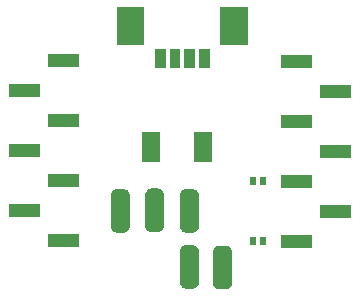
<source format=gbr>
G04 #@! TF.GenerationSoftware,KiCad,Pcbnew,(5.1.2)-2*
G04 #@! TF.CreationDate,2021-11-10T11:28:23-03:00*
G04 #@! TF.ProjectId,MAG_Plus,4d41475f-506c-4757-932e-6b696361645f,rev?*
G04 #@! TF.SameCoordinates,Original*
G04 #@! TF.FileFunction,Soldermask,Top*
G04 #@! TF.FilePolarity,Negative*
%FSLAX46Y46*%
G04 Gerber Fmt 4.6, Leading zero omitted, Abs format (unit mm)*
G04 Created by KiCad (PCBNEW (5.1.2)-2) date 2021-11-10 11:28:23*
%MOMM*%
%LPD*%
G04 APERTURE LIST*
%ADD10C,0.100000*%
G04 APERTURE END LIST*
D10*
G36*
X166762199Y-187899954D02*
G01*
X166774450Y-187900556D01*
X166792869Y-187900556D01*
X166815149Y-187902750D01*
X166899233Y-187919476D01*
X166920660Y-187925976D01*
X166999858Y-187958780D01*
X167005303Y-187961691D01*
X167005309Y-187961693D01*
X167014169Y-187966429D01*
X167014173Y-187966432D01*
X167019614Y-187969340D01*
X167090899Y-188016971D01*
X167108204Y-188031172D01*
X167168828Y-188091796D01*
X167183029Y-188109101D01*
X167230660Y-188180386D01*
X167233568Y-188185827D01*
X167233571Y-188185831D01*
X167238307Y-188194691D01*
X167238309Y-188194697D01*
X167241220Y-188200142D01*
X167274024Y-188279340D01*
X167280524Y-188300767D01*
X167297250Y-188384851D01*
X167299444Y-188407131D01*
X167299444Y-188425550D01*
X167300046Y-188437801D01*
X167301852Y-188456139D01*
X167301852Y-188993860D01*
X167300263Y-189009999D01*
X167295855Y-189024528D01*
X167290394Y-189037711D01*
X167285612Y-189061745D01*
X167285611Y-189086249D01*
X167290391Y-189110282D01*
X167299768Y-189132921D01*
X167301000Y-189134765D01*
X167301000Y-190366050D01*
X167294525Y-190378164D01*
X167287412Y-190401613D01*
X167285010Y-190425999D01*
X167287412Y-190450385D01*
X167294525Y-190473834D01*
X167296848Y-190478746D01*
X167300263Y-190490001D01*
X167301852Y-190506140D01*
X167301852Y-191043862D01*
X167300046Y-191062199D01*
X167299444Y-191074450D01*
X167299444Y-191092869D01*
X167297250Y-191115149D01*
X167280524Y-191199233D01*
X167274024Y-191220660D01*
X167241220Y-191299858D01*
X167238309Y-191305303D01*
X167238307Y-191305309D01*
X167233571Y-191314169D01*
X167233568Y-191314173D01*
X167230660Y-191319614D01*
X167183029Y-191390899D01*
X167168828Y-191408204D01*
X167108204Y-191468828D01*
X167090899Y-191483029D01*
X167019614Y-191530660D01*
X167014173Y-191533568D01*
X167014169Y-191533571D01*
X167005309Y-191538307D01*
X167005303Y-191538309D01*
X166999858Y-191541220D01*
X166920660Y-191574024D01*
X166899233Y-191580524D01*
X166815149Y-191597250D01*
X166792869Y-191599444D01*
X166774450Y-191599444D01*
X166762199Y-191600046D01*
X166743862Y-191601852D01*
X166256138Y-191601852D01*
X166237801Y-191600046D01*
X166225550Y-191599444D01*
X166207131Y-191599444D01*
X166184851Y-191597250D01*
X166100767Y-191580524D01*
X166079340Y-191574024D01*
X166000142Y-191541220D01*
X165994697Y-191538309D01*
X165994691Y-191538307D01*
X165985831Y-191533571D01*
X165985827Y-191533568D01*
X165980386Y-191530660D01*
X165909101Y-191483029D01*
X165891796Y-191468828D01*
X165831172Y-191408204D01*
X165816971Y-191390899D01*
X165769340Y-191319614D01*
X165766432Y-191314173D01*
X165766429Y-191314169D01*
X165761693Y-191305309D01*
X165761691Y-191305303D01*
X165758780Y-191299858D01*
X165725976Y-191220660D01*
X165719476Y-191199233D01*
X165702750Y-191115149D01*
X165700556Y-191092869D01*
X165700556Y-191074450D01*
X165699954Y-191062199D01*
X165698148Y-191043862D01*
X165698148Y-190506140D01*
X165699737Y-190490001D01*
X165704145Y-190475472D01*
X165709606Y-190462289D01*
X165714388Y-190438255D01*
X165714389Y-190413751D01*
X165709609Y-190389718D01*
X165700232Y-190367079D01*
X165699000Y-190365235D01*
X165699000Y-189133950D01*
X165705475Y-189121836D01*
X165712588Y-189098387D01*
X165714990Y-189074001D01*
X165712588Y-189049615D01*
X165705475Y-189026166D01*
X165703152Y-189021254D01*
X165699737Y-189009999D01*
X165698148Y-188993860D01*
X165698148Y-188456139D01*
X165699954Y-188437801D01*
X165700556Y-188425550D01*
X165700556Y-188407131D01*
X165702750Y-188384851D01*
X165719476Y-188300767D01*
X165725976Y-188279340D01*
X165758780Y-188200142D01*
X165761691Y-188194697D01*
X165761693Y-188194691D01*
X165766429Y-188185831D01*
X165766432Y-188185827D01*
X165769340Y-188180386D01*
X165816971Y-188109101D01*
X165831172Y-188091796D01*
X165891796Y-188031172D01*
X165909101Y-188016971D01*
X165980386Y-187969340D01*
X165985827Y-187966432D01*
X165985831Y-187966429D01*
X165994691Y-187961693D01*
X165994697Y-187961691D01*
X166000142Y-187958780D01*
X166079340Y-187925976D01*
X166100767Y-187919476D01*
X166184851Y-187902750D01*
X166207131Y-187900556D01*
X166225550Y-187900556D01*
X166237801Y-187899954D01*
X166256139Y-187898148D01*
X166743861Y-187898148D01*
X166762199Y-187899954D01*
X166762199Y-187899954D01*
G37*
G36*
X163962199Y-187849954D02*
G01*
X163974450Y-187850556D01*
X163992869Y-187850556D01*
X164015149Y-187852750D01*
X164099233Y-187869476D01*
X164120660Y-187875976D01*
X164199858Y-187908780D01*
X164205303Y-187911691D01*
X164205309Y-187911693D01*
X164214169Y-187916429D01*
X164214173Y-187916432D01*
X164219614Y-187919340D01*
X164290899Y-187966971D01*
X164308204Y-187981172D01*
X164368828Y-188041796D01*
X164383029Y-188059101D01*
X164430660Y-188130386D01*
X164433568Y-188135827D01*
X164433571Y-188135831D01*
X164438307Y-188144691D01*
X164438309Y-188144697D01*
X164441220Y-188150142D01*
X164474024Y-188229340D01*
X164480524Y-188250767D01*
X164497250Y-188334851D01*
X164499444Y-188357131D01*
X164499444Y-188375550D01*
X164500046Y-188387801D01*
X164501852Y-188406139D01*
X164501852Y-188943860D01*
X164500263Y-188959999D01*
X164495855Y-188974528D01*
X164490394Y-188987711D01*
X164485612Y-189011745D01*
X164485611Y-189036249D01*
X164490391Y-189060282D01*
X164499768Y-189082921D01*
X164501000Y-189084765D01*
X164501000Y-190316050D01*
X164494525Y-190328164D01*
X164487412Y-190351613D01*
X164485010Y-190375999D01*
X164487412Y-190400385D01*
X164494525Y-190423834D01*
X164496848Y-190428746D01*
X164500263Y-190440001D01*
X164501852Y-190456140D01*
X164501852Y-190993862D01*
X164500046Y-191012199D01*
X164499444Y-191024450D01*
X164499444Y-191042869D01*
X164497250Y-191065149D01*
X164480524Y-191149233D01*
X164474024Y-191170660D01*
X164441220Y-191249858D01*
X164438309Y-191255303D01*
X164438307Y-191255309D01*
X164433571Y-191264169D01*
X164433568Y-191264173D01*
X164430660Y-191269614D01*
X164383029Y-191340899D01*
X164368828Y-191358204D01*
X164308204Y-191418828D01*
X164290899Y-191433029D01*
X164219614Y-191480660D01*
X164214173Y-191483568D01*
X164214169Y-191483571D01*
X164205309Y-191488307D01*
X164205303Y-191488309D01*
X164199858Y-191491220D01*
X164120660Y-191524024D01*
X164099233Y-191530524D01*
X164015149Y-191547250D01*
X163992869Y-191549444D01*
X163974450Y-191549444D01*
X163962199Y-191550046D01*
X163943862Y-191551852D01*
X163456138Y-191551852D01*
X163437801Y-191550046D01*
X163425550Y-191549444D01*
X163407131Y-191549444D01*
X163384851Y-191547250D01*
X163300767Y-191530524D01*
X163279340Y-191524024D01*
X163200142Y-191491220D01*
X163194697Y-191488309D01*
X163194691Y-191488307D01*
X163185831Y-191483571D01*
X163185827Y-191483568D01*
X163180386Y-191480660D01*
X163109101Y-191433029D01*
X163091796Y-191418828D01*
X163031172Y-191358204D01*
X163016971Y-191340899D01*
X162969340Y-191269614D01*
X162966432Y-191264173D01*
X162966429Y-191264169D01*
X162961693Y-191255309D01*
X162961691Y-191255303D01*
X162958780Y-191249858D01*
X162925976Y-191170660D01*
X162919476Y-191149233D01*
X162902750Y-191065149D01*
X162900556Y-191042869D01*
X162900556Y-191024450D01*
X162899954Y-191012199D01*
X162898148Y-190993862D01*
X162898148Y-190456140D01*
X162899737Y-190440001D01*
X162904145Y-190425472D01*
X162909606Y-190412289D01*
X162914388Y-190388255D01*
X162914389Y-190363751D01*
X162909609Y-190339718D01*
X162900232Y-190317079D01*
X162899000Y-190315235D01*
X162899000Y-189083950D01*
X162905475Y-189071836D01*
X162912588Y-189048387D01*
X162914990Y-189024001D01*
X162912588Y-188999615D01*
X162905475Y-188976166D01*
X162903152Y-188971254D01*
X162899737Y-188959999D01*
X162898148Y-188943860D01*
X162898148Y-188406139D01*
X162899954Y-188387801D01*
X162900556Y-188375550D01*
X162900556Y-188357131D01*
X162902750Y-188334851D01*
X162919476Y-188250767D01*
X162925976Y-188229340D01*
X162958780Y-188150142D01*
X162961691Y-188144697D01*
X162961693Y-188144691D01*
X162966429Y-188135831D01*
X162966432Y-188135827D01*
X162969340Y-188130386D01*
X163016971Y-188059101D01*
X163031172Y-188041796D01*
X163091796Y-187981172D01*
X163109101Y-187966971D01*
X163180386Y-187919340D01*
X163185827Y-187916432D01*
X163185831Y-187916429D01*
X163194691Y-187911693D01*
X163194697Y-187911691D01*
X163200142Y-187908780D01*
X163279340Y-187875976D01*
X163300767Y-187869476D01*
X163384851Y-187852750D01*
X163407131Y-187850556D01*
X163425550Y-187850556D01*
X163437801Y-187849954D01*
X163456139Y-187848148D01*
X163943861Y-187848148D01*
X163962199Y-187849954D01*
X163962199Y-187849954D01*
G37*
G36*
X174051000Y-188071000D02*
G01*
X171439000Y-188071000D01*
X171439000Y-186969000D01*
X174051000Y-186969000D01*
X174051000Y-188071000D01*
X174051000Y-188071000D01*
G37*
G36*
X154361000Y-188051000D02*
G01*
X151749000Y-188051000D01*
X151749000Y-186949000D01*
X154361000Y-186949000D01*
X154361000Y-188051000D01*
X154361000Y-188051000D01*
G37*
G36*
X170201000Y-187881000D02*
G01*
X169699000Y-187881000D01*
X169699000Y-187179000D01*
X170201000Y-187179000D01*
X170201000Y-187881000D01*
X170201000Y-187881000D01*
G37*
G36*
X169301000Y-187881000D02*
G01*
X168799000Y-187881000D01*
X168799000Y-187179000D01*
X169301000Y-187179000D01*
X169301000Y-187881000D01*
X169301000Y-187881000D01*
G37*
G36*
X158112199Y-183099954D02*
G01*
X158124450Y-183100556D01*
X158142869Y-183100556D01*
X158165149Y-183102750D01*
X158249233Y-183119476D01*
X158270660Y-183125976D01*
X158349858Y-183158780D01*
X158355303Y-183161691D01*
X158355309Y-183161693D01*
X158364169Y-183166429D01*
X158364173Y-183166432D01*
X158369614Y-183169340D01*
X158440899Y-183216971D01*
X158458204Y-183231172D01*
X158518828Y-183291796D01*
X158533029Y-183309101D01*
X158580660Y-183380386D01*
X158583568Y-183385827D01*
X158583571Y-183385831D01*
X158588307Y-183394691D01*
X158588309Y-183394697D01*
X158591220Y-183400142D01*
X158624024Y-183479340D01*
X158630524Y-183500767D01*
X158647250Y-183584851D01*
X158649444Y-183607131D01*
X158649444Y-183625550D01*
X158650046Y-183637801D01*
X158651852Y-183656139D01*
X158651852Y-184193860D01*
X158650263Y-184209999D01*
X158645855Y-184224528D01*
X158640394Y-184237711D01*
X158635612Y-184261745D01*
X158635611Y-184286249D01*
X158640391Y-184310282D01*
X158649768Y-184332921D01*
X158651000Y-184334765D01*
X158651000Y-185566050D01*
X158644525Y-185578164D01*
X158637412Y-185601613D01*
X158635010Y-185625999D01*
X158637412Y-185650385D01*
X158644525Y-185673834D01*
X158646848Y-185678746D01*
X158650263Y-185690001D01*
X158651852Y-185706140D01*
X158651852Y-186243862D01*
X158650046Y-186262199D01*
X158649444Y-186274450D01*
X158649444Y-186292869D01*
X158647250Y-186315149D01*
X158630524Y-186399233D01*
X158624024Y-186420660D01*
X158591220Y-186499858D01*
X158588309Y-186505303D01*
X158588307Y-186505309D01*
X158583571Y-186514169D01*
X158583568Y-186514173D01*
X158580660Y-186519614D01*
X158533029Y-186590899D01*
X158518828Y-186608204D01*
X158458204Y-186668828D01*
X158440899Y-186683029D01*
X158369614Y-186730660D01*
X158364173Y-186733568D01*
X158364169Y-186733571D01*
X158355309Y-186738307D01*
X158355303Y-186738309D01*
X158349858Y-186741220D01*
X158270660Y-186774024D01*
X158249233Y-186780524D01*
X158165149Y-186797250D01*
X158142869Y-186799444D01*
X158124450Y-186799444D01*
X158112199Y-186800046D01*
X158093862Y-186801852D01*
X157606138Y-186801852D01*
X157587801Y-186800046D01*
X157575550Y-186799444D01*
X157557131Y-186799444D01*
X157534851Y-186797250D01*
X157450767Y-186780524D01*
X157429340Y-186774024D01*
X157350142Y-186741220D01*
X157344697Y-186738309D01*
X157344691Y-186738307D01*
X157335831Y-186733571D01*
X157335827Y-186733568D01*
X157330386Y-186730660D01*
X157259101Y-186683029D01*
X157241796Y-186668828D01*
X157181172Y-186608204D01*
X157166971Y-186590899D01*
X157119340Y-186519614D01*
X157116432Y-186514173D01*
X157116429Y-186514169D01*
X157111693Y-186505309D01*
X157111691Y-186505303D01*
X157108780Y-186499858D01*
X157075976Y-186420660D01*
X157069476Y-186399233D01*
X157052750Y-186315149D01*
X157050556Y-186292869D01*
X157050556Y-186274450D01*
X157049954Y-186262199D01*
X157048148Y-186243862D01*
X157048148Y-185706140D01*
X157049737Y-185690001D01*
X157054145Y-185675472D01*
X157059606Y-185662289D01*
X157064388Y-185638255D01*
X157064389Y-185613751D01*
X157059609Y-185589718D01*
X157050232Y-185567079D01*
X157049000Y-185565235D01*
X157049000Y-184333950D01*
X157055475Y-184321836D01*
X157062588Y-184298387D01*
X157064990Y-184274001D01*
X157062588Y-184249615D01*
X157055475Y-184226166D01*
X157053152Y-184221254D01*
X157049737Y-184209999D01*
X157048148Y-184193860D01*
X157048148Y-183656139D01*
X157049954Y-183637801D01*
X157050556Y-183625550D01*
X157050556Y-183607131D01*
X157052750Y-183584851D01*
X157069476Y-183500767D01*
X157075976Y-183479340D01*
X157108780Y-183400142D01*
X157111691Y-183394697D01*
X157111693Y-183394691D01*
X157116429Y-183385831D01*
X157116432Y-183385827D01*
X157119340Y-183380386D01*
X157166971Y-183309101D01*
X157181172Y-183291796D01*
X157241796Y-183231172D01*
X157259101Y-183216971D01*
X157330386Y-183169340D01*
X157335827Y-183166432D01*
X157335831Y-183166429D01*
X157344691Y-183161693D01*
X157344697Y-183161691D01*
X157350142Y-183158780D01*
X157429340Y-183125976D01*
X157450767Y-183119476D01*
X157534851Y-183102750D01*
X157557131Y-183100556D01*
X157575550Y-183100556D01*
X157587801Y-183099954D01*
X157606139Y-183098148D01*
X158093861Y-183098148D01*
X158112199Y-183099954D01*
X158112199Y-183099954D01*
G37*
G36*
X163962199Y-183099954D02*
G01*
X163974450Y-183100556D01*
X163992869Y-183100556D01*
X164015149Y-183102750D01*
X164099233Y-183119476D01*
X164120660Y-183125976D01*
X164199858Y-183158780D01*
X164205303Y-183161691D01*
X164205309Y-183161693D01*
X164214169Y-183166429D01*
X164214173Y-183166432D01*
X164219614Y-183169340D01*
X164290899Y-183216971D01*
X164308204Y-183231172D01*
X164368828Y-183291796D01*
X164383029Y-183309101D01*
X164430660Y-183380386D01*
X164433568Y-183385827D01*
X164433571Y-183385831D01*
X164438307Y-183394691D01*
X164438309Y-183394697D01*
X164441220Y-183400142D01*
X164474024Y-183479340D01*
X164480524Y-183500767D01*
X164497250Y-183584851D01*
X164499444Y-183607131D01*
X164499444Y-183625550D01*
X164500046Y-183637801D01*
X164501852Y-183656139D01*
X164501852Y-184193860D01*
X164500263Y-184209999D01*
X164495855Y-184224528D01*
X164490394Y-184237711D01*
X164485612Y-184261745D01*
X164485611Y-184286249D01*
X164490391Y-184310282D01*
X164499768Y-184332921D01*
X164501000Y-184334765D01*
X164501000Y-185566050D01*
X164494525Y-185578164D01*
X164487412Y-185601613D01*
X164485010Y-185625999D01*
X164487412Y-185650385D01*
X164494525Y-185673834D01*
X164496848Y-185678746D01*
X164500263Y-185690001D01*
X164501852Y-185706140D01*
X164501852Y-186243862D01*
X164500046Y-186262199D01*
X164499444Y-186274450D01*
X164499444Y-186292869D01*
X164497250Y-186315149D01*
X164480524Y-186399233D01*
X164474024Y-186420660D01*
X164441220Y-186499858D01*
X164438309Y-186505303D01*
X164438307Y-186505309D01*
X164433571Y-186514169D01*
X164433568Y-186514173D01*
X164430660Y-186519614D01*
X164383029Y-186590899D01*
X164368828Y-186608204D01*
X164308204Y-186668828D01*
X164290899Y-186683029D01*
X164219614Y-186730660D01*
X164214173Y-186733568D01*
X164214169Y-186733571D01*
X164205309Y-186738307D01*
X164205303Y-186738309D01*
X164199858Y-186741220D01*
X164120660Y-186774024D01*
X164099233Y-186780524D01*
X164015149Y-186797250D01*
X163992869Y-186799444D01*
X163974450Y-186799444D01*
X163962199Y-186800046D01*
X163943862Y-186801852D01*
X163456138Y-186801852D01*
X163437801Y-186800046D01*
X163425550Y-186799444D01*
X163407131Y-186799444D01*
X163384851Y-186797250D01*
X163300767Y-186780524D01*
X163279340Y-186774024D01*
X163200142Y-186741220D01*
X163194697Y-186738309D01*
X163194691Y-186738307D01*
X163185831Y-186733571D01*
X163185827Y-186733568D01*
X163180386Y-186730660D01*
X163109101Y-186683029D01*
X163091796Y-186668828D01*
X163031172Y-186608204D01*
X163016971Y-186590899D01*
X162969340Y-186519614D01*
X162966432Y-186514173D01*
X162966429Y-186514169D01*
X162961693Y-186505309D01*
X162961691Y-186505303D01*
X162958780Y-186499858D01*
X162925976Y-186420660D01*
X162919476Y-186399233D01*
X162902750Y-186315149D01*
X162900556Y-186292869D01*
X162900556Y-186274450D01*
X162899954Y-186262199D01*
X162898148Y-186243862D01*
X162898148Y-185706140D01*
X162899737Y-185690001D01*
X162904145Y-185675472D01*
X162909606Y-185662289D01*
X162914388Y-185638255D01*
X162914389Y-185613751D01*
X162909609Y-185589718D01*
X162900232Y-185567079D01*
X162899000Y-185565235D01*
X162899000Y-184333950D01*
X162905475Y-184321836D01*
X162912588Y-184298387D01*
X162914990Y-184274001D01*
X162912588Y-184249615D01*
X162905475Y-184226166D01*
X162903152Y-184221254D01*
X162899737Y-184209999D01*
X162898148Y-184193860D01*
X162898148Y-183656139D01*
X162899954Y-183637801D01*
X162900556Y-183625550D01*
X162900556Y-183607131D01*
X162902750Y-183584851D01*
X162919476Y-183500767D01*
X162925976Y-183479340D01*
X162958780Y-183400142D01*
X162961691Y-183394697D01*
X162961693Y-183394691D01*
X162966429Y-183385831D01*
X162966432Y-183385827D01*
X162969340Y-183380386D01*
X163016971Y-183309101D01*
X163031172Y-183291796D01*
X163091796Y-183231172D01*
X163109101Y-183216971D01*
X163180386Y-183169340D01*
X163185827Y-183166432D01*
X163185831Y-183166429D01*
X163194691Y-183161693D01*
X163194697Y-183161691D01*
X163200142Y-183158780D01*
X163279340Y-183125976D01*
X163300767Y-183119476D01*
X163384851Y-183102750D01*
X163407131Y-183100556D01*
X163425550Y-183100556D01*
X163437801Y-183099954D01*
X163456139Y-183098148D01*
X163943861Y-183098148D01*
X163962199Y-183099954D01*
X163962199Y-183099954D01*
G37*
G36*
X161012199Y-183049954D02*
G01*
X161024450Y-183050556D01*
X161042869Y-183050556D01*
X161065149Y-183052750D01*
X161149233Y-183069476D01*
X161170660Y-183075976D01*
X161249858Y-183108780D01*
X161255303Y-183111691D01*
X161255309Y-183111693D01*
X161264169Y-183116429D01*
X161264173Y-183116432D01*
X161269614Y-183119340D01*
X161340899Y-183166971D01*
X161358204Y-183181172D01*
X161418828Y-183241796D01*
X161433029Y-183259101D01*
X161480660Y-183330386D01*
X161483568Y-183335827D01*
X161483571Y-183335831D01*
X161488307Y-183344691D01*
X161488309Y-183344697D01*
X161491220Y-183350142D01*
X161524024Y-183429340D01*
X161530524Y-183450767D01*
X161547250Y-183534851D01*
X161549444Y-183557131D01*
X161549444Y-183575550D01*
X161550046Y-183587801D01*
X161551852Y-183606139D01*
X161551852Y-184143860D01*
X161550263Y-184159999D01*
X161545855Y-184174528D01*
X161540394Y-184187711D01*
X161535612Y-184211745D01*
X161535611Y-184236249D01*
X161540391Y-184260282D01*
X161549768Y-184282921D01*
X161551000Y-184284765D01*
X161551000Y-185516050D01*
X161544525Y-185528164D01*
X161537412Y-185551613D01*
X161535010Y-185575999D01*
X161537412Y-185600385D01*
X161544525Y-185623834D01*
X161546848Y-185628746D01*
X161550263Y-185640001D01*
X161551852Y-185656140D01*
X161551852Y-186193862D01*
X161550046Y-186212199D01*
X161549444Y-186224450D01*
X161549444Y-186242869D01*
X161547250Y-186265149D01*
X161530524Y-186349233D01*
X161524024Y-186370660D01*
X161491220Y-186449858D01*
X161488309Y-186455303D01*
X161488307Y-186455309D01*
X161483571Y-186464169D01*
X161483568Y-186464173D01*
X161480660Y-186469614D01*
X161433029Y-186540899D01*
X161418828Y-186558204D01*
X161358204Y-186618828D01*
X161340899Y-186633029D01*
X161269614Y-186680660D01*
X161264173Y-186683568D01*
X161264169Y-186683571D01*
X161255309Y-186688307D01*
X161255303Y-186688309D01*
X161249858Y-186691220D01*
X161170660Y-186724024D01*
X161149233Y-186730524D01*
X161065149Y-186747250D01*
X161042869Y-186749444D01*
X161024450Y-186749444D01*
X161012199Y-186750046D01*
X160993862Y-186751852D01*
X160506138Y-186751852D01*
X160487801Y-186750046D01*
X160475550Y-186749444D01*
X160457131Y-186749444D01*
X160434851Y-186747250D01*
X160350767Y-186730524D01*
X160329340Y-186724024D01*
X160250142Y-186691220D01*
X160244697Y-186688309D01*
X160244691Y-186688307D01*
X160235831Y-186683571D01*
X160235827Y-186683568D01*
X160230386Y-186680660D01*
X160159101Y-186633029D01*
X160141796Y-186618828D01*
X160081172Y-186558204D01*
X160066971Y-186540899D01*
X160019340Y-186469614D01*
X160016432Y-186464173D01*
X160016429Y-186464169D01*
X160011693Y-186455309D01*
X160011691Y-186455303D01*
X160008780Y-186449858D01*
X159975976Y-186370660D01*
X159969476Y-186349233D01*
X159952750Y-186265149D01*
X159950556Y-186242869D01*
X159950556Y-186224450D01*
X159949954Y-186212199D01*
X159948148Y-186193862D01*
X159948148Y-185656140D01*
X159949737Y-185640001D01*
X159954145Y-185625472D01*
X159959606Y-185612289D01*
X159964388Y-185588255D01*
X159964389Y-185563751D01*
X159959609Y-185539718D01*
X159950232Y-185517079D01*
X159949000Y-185515235D01*
X159949000Y-184283950D01*
X159955475Y-184271836D01*
X159962588Y-184248387D01*
X159964990Y-184224001D01*
X159962588Y-184199615D01*
X159955475Y-184176166D01*
X159953152Y-184171254D01*
X159949737Y-184159999D01*
X159948148Y-184143860D01*
X159948148Y-183606139D01*
X159949954Y-183587801D01*
X159950556Y-183575550D01*
X159950556Y-183557131D01*
X159952750Y-183534851D01*
X159969476Y-183450767D01*
X159975976Y-183429340D01*
X160008780Y-183350142D01*
X160011691Y-183344697D01*
X160011693Y-183344691D01*
X160016429Y-183335831D01*
X160016432Y-183335827D01*
X160019340Y-183330386D01*
X160066971Y-183259101D01*
X160081172Y-183241796D01*
X160141796Y-183181172D01*
X160159101Y-183166971D01*
X160230386Y-183119340D01*
X160235827Y-183116432D01*
X160235831Y-183116429D01*
X160244691Y-183111693D01*
X160244697Y-183111691D01*
X160250142Y-183108780D01*
X160329340Y-183075976D01*
X160350767Y-183069476D01*
X160434851Y-183052750D01*
X160457131Y-183050556D01*
X160475550Y-183050556D01*
X160487801Y-183049954D01*
X160506139Y-183048148D01*
X160993861Y-183048148D01*
X161012199Y-183049954D01*
X161012199Y-183049954D01*
G37*
G36*
X177361000Y-185531000D02*
G01*
X174749000Y-185531000D01*
X174749000Y-184429000D01*
X177361000Y-184429000D01*
X177361000Y-185531000D01*
X177361000Y-185531000D01*
G37*
G36*
X151051000Y-185511000D02*
G01*
X148439000Y-185511000D01*
X148439000Y-184409000D01*
X151051000Y-184409000D01*
X151051000Y-185511000D01*
X151051000Y-185511000D01*
G37*
G36*
X174051000Y-182991000D02*
G01*
X171439000Y-182991000D01*
X171439000Y-181889000D01*
X174051000Y-181889000D01*
X174051000Y-182991000D01*
X174051000Y-182991000D01*
G37*
G36*
X154361000Y-182971000D02*
G01*
X151749000Y-182971000D01*
X151749000Y-181869000D01*
X154361000Y-181869000D01*
X154361000Y-182971000D01*
X154361000Y-182971000D01*
G37*
G36*
X170201000Y-182791000D02*
G01*
X169699000Y-182791000D01*
X169699000Y-182089000D01*
X170201000Y-182089000D01*
X170201000Y-182791000D01*
X170201000Y-182791000D01*
G37*
G36*
X169301000Y-182791000D02*
G01*
X168799000Y-182791000D01*
X168799000Y-182089000D01*
X169301000Y-182089000D01*
X169301000Y-182791000D01*
X169301000Y-182791000D01*
G37*
G36*
X165636000Y-180806000D02*
G01*
X164084000Y-180806000D01*
X164084000Y-178304000D01*
X165636000Y-178304000D01*
X165636000Y-180806000D01*
X165636000Y-180806000D01*
G37*
G36*
X161236000Y-180806000D02*
G01*
X159684000Y-180806000D01*
X159684000Y-178304000D01*
X161236000Y-178304000D01*
X161236000Y-180806000D01*
X161236000Y-180806000D01*
G37*
G36*
X177361000Y-180451000D02*
G01*
X174749000Y-180451000D01*
X174749000Y-179349000D01*
X177361000Y-179349000D01*
X177361000Y-180451000D01*
X177361000Y-180451000D01*
G37*
G36*
X151051000Y-180431000D02*
G01*
X148439000Y-180431000D01*
X148439000Y-179329000D01*
X151051000Y-179329000D01*
X151051000Y-180431000D01*
X151051000Y-180431000D01*
G37*
G36*
X174051000Y-177911000D02*
G01*
X171439000Y-177911000D01*
X171439000Y-176809000D01*
X174051000Y-176809000D01*
X174051000Y-177911000D01*
X174051000Y-177911000D01*
G37*
G36*
X154361000Y-177891000D02*
G01*
X151749000Y-177891000D01*
X151749000Y-176789000D01*
X154361000Y-176789000D01*
X154361000Y-177891000D01*
X154361000Y-177891000D01*
G37*
G36*
X177361000Y-175371000D02*
G01*
X174749000Y-175371000D01*
X174749000Y-174269000D01*
X177361000Y-174269000D01*
X177361000Y-175371000D01*
X177361000Y-175371000D01*
G37*
G36*
X151051000Y-175351000D02*
G01*
X148439000Y-175351000D01*
X148439000Y-174249000D01*
X151051000Y-174249000D01*
X151051000Y-175351000D01*
X151051000Y-175351000D01*
G37*
G36*
X161676000Y-172876000D02*
G01*
X160774000Y-172876000D01*
X160774000Y-171274000D01*
X161676000Y-171274000D01*
X161676000Y-172876000D01*
X161676000Y-172876000D01*
G37*
G36*
X165426000Y-172876000D02*
G01*
X164524000Y-172876000D01*
X164524000Y-171274000D01*
X165426000Y-171274000D01*
X165426000Y-172876000D01*
X165426000Y-172876000D01*
G37*
G36*
X164176000Y-172876000D02*
G01*
X163274000Y-172876000D01*
X163274000Y-171274000D01*
X164176000Y-171274000D01*
X164176000Y-172876000D01*
X164176000Y-172876000D01*
G37*
G36*
X162926000Y-172876000D02*
G01*
X162024000Y-172876000D01*
X162024000Y-171274000D01*
X162926000Y-171274000D01*
X162926000Y-172876000D01*
X162926000Y-172876000D01*
G37*
G36*
X174051000Y-172831000D02*
G01*
X171439000Y-172831000D01*
X171439000Y-171729000D01*
X174051000Y-171729000D01*
X174051000Y-172831000D01*
X174051000Y-172831000D01*
G37*
G36*
X154361000Y-172811000D02*
G01*
X151749000Y-172811000D01*
X151749000Y-171709000D01*
X154361000Y-171709000D01*
X154361000Y-172811000D01*
X154361000Y-172811000D01*
G37*
G36*
X168626000Y-170926000D02*
G01*
X166324000Y-170926000D01*
X166324000Y-167724000D01*
X168626000Y-167724000D01*
X168626000Y-170926000D01*
X168626000Y-170926000D01*
G37*
G36*
X159876000Y-170926000D02*
G01*
X157574000Y-170926000D01*
X157574000Y-167724000D01*
X159876000Y-167724000D01*
X159876000Y-170926000D01*
X159876000Y-170926000D01*
G37*
M02*

</source>
